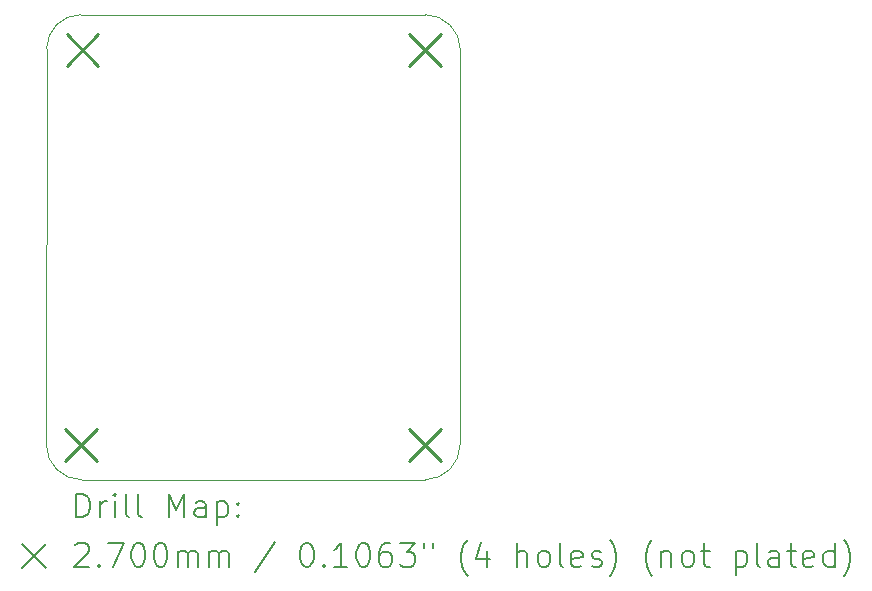
<source format=gbr>
%TF.GenerationSoftware,KiCad,Pcbnew,7.0.6*%
%TF.CreationDate,2023-09-30T15:22:59+02:00*%
%TF.ProjectId,cd4069-siren,63643430-3639-42d7-9369-72656e2e6b69,0*%
%TF.SameCoordinates,Original*%
%TF.FileFunction,Drillmap*%
%TF.FilePolarity,Positive*%
%FSLAX45Y45*%
G04 Gerber Fmt 4.5, Leading zero omitted, Abs format (unit mm)*
G04 Created by KiCad (PCBNEW 7.0.6) date 2023-09-30 15:22:59*
%MOMM*%
%LPD*%
G01*
G04 APERTURE LIST*
%ADD10C,0.100000*%
%ADD11C,0.200000*%
%ADD12C,0.270000*%
G04 APERTURE END LIST*
D10*
X9192132Y-8677868D02*
X12097868Y-8677868D01*
X12400000Y-5040000D02*
G75*
G03*
X12100000Y-4740000I-300000J0D01*
G01*
X12100000Y-4740000D02*
X9185061Y-4740000D01*
X9185061Y-4740001D02*
G75*
G03*
X8895061Y-5030000I-1J-289999D01*
G01*
X8895061Y-5030000D02*
X8892132Y-8377868D01*
X8892132Y-8377868D02*
G75*
G03*
X9192132Y-8677868I299998J-2D01*
G01*
X12397868Y-8377868D02*
X12400000Y-5040000D01*
X12097868Y-8677868D02*
G75*
G03*
X12397868Y-8377868I2J299998D01*
G01*
D11*
D12*
X9055000Y-8245000D02*
X9325000Y-8515000D01*
X9325000Y-8245000D02*
X9055000Y-8515000D01*
X9065000Y-4905000D02*
X9335000Y-5175000D01*
X9335000Y-4905000D02*
X9065000Y-5175000D01*
X11965000Y-4905000D02*
X12235000Y-5175000D01*
X12235000Y-4905000D02*
X11965000Y-5175000D01*
X11965000Y-8245000D02*
X12235000Y-8515000D01*
X12235000Y-8245000D02*
X11965000Y-8515000D01*
D11*
X9147909Y-8994352D02*
X9147909Y-8794352D01*
X9147909Y-8794352D02*
X9195528Y-8794352D01*
X9195528Y-8794352D02*
X9224099Y-8803876D01*
X9224099Y-8803876D02*
X9243147Y-8822923D01*
X9243147Y-8822923D02*
X9252671Y-8841971D01*
X9252671Y-8841971D02*
X9262195Y-8880066D01*
X9262195Y-8880066D02*
X9262195Y-8908638D01*
X9262195Y-8908638D02*
X9252671Y-8946733D01*
X9252671Y-8946733D02*
X9243147Y-8965780D01*
X9243147Y-8965780D02*
X9224099Y-8984828D01*
X9224099Y-8984828D02*
X9195528Y-8994352D01*
X9195528Y-8994352D02*
X9147909Y-8994352D01*
X9347909Y-8994352D02*
X9347909Y-8861018D01*
X9347909Y-8899114D02*
X9357433Y-8880066D01*
X9357433Y-8880066D02*
X9366956Y-8870542D01*
X9366956Y-8870542D02*
X9386004Y-8861018D01*
X9386004Y-8861018D02*
X9405052Y-8861018D01*
X9471718Y-8994352D02*
X9471718Y-8861018D01*
X9471718Y-8794352D02*
X9462195Y-8803876D01*
X9462195Y-8803876D02*
X9471718Y-8813399D01*
X9471718Y-8813399D02*
X9481242Y-8803876D01*
X9481242Y-8803876D02*
X9471718Y-8794352D01*
X9471718Y-8794352D02*
X9471718Y-8813399D01*
X9595528Y-8994352D02*
X9576480Y-8984828D01*
X9576480Y-8984828D02*
X9566956Y-8965780D01*
X9566956Y-8965780D02*
X9566956Y-8794352D01*
X9700290Y-8994352D02*
X9681242Y-8984828D01*
X9681242Y-8984828D02*
X9671718Y-8965780D01*
X9671718Y-8965780D02*
X9671718Y-8794352D01*
X9928861Y-8994352D02*
X9928861Y-8794352D01*
X9928861Y-8794352D02*
X9995528Y-8937209D01*
X9995528Y-8937209D02*
X10062195Y-8794352D01*
X10062195Y-8794352D02*
X10062195Y-8994352D01*
X10243147Y-8994352D02*
X10243147Y-8889590D01*
X10243147Y-8889590D02*
X10233623Y-8870542D01*
X10233623Y-8870542D02*
X10214576Y-8861018D01*
X10214576Y-8861018D02*
X10176480Y-8861018D01*
X10176480Y-8861018D02*
X10157433Y-8870542D01*
X10243147Y-8984828D02*
X10224099Y-8994352D01*
X10224099Y-8994352D02*
X10176480Y-8994352D01*
X10176480Y-8994352D02*
X10157433Y-8984828D01*
X10157433Y-8984828D02*
X10147909Y-8965780D01*
X10147909Y-8965780D02*
X10147909Y-8946733D01*
X10147909Y-8946733D02*
X10157433Y-8927685D01*
X10157433Y-8927685D02*
X10176480Y-8918161D01*
X10176480Y-8918161D02*
X10224099Y-8918161D01*
X10224099Y-8918161D02*
X10243147Y-8908638D01*
X10338385Y-8861018D02*
X10338385Y-9061018D01*
X10338385Y-8870542D02*
X10357433Y-8861018D01*
X10357433Y-8861018D02*
X10395528Y-8861018D01*
X10395528Y-8861018D02*
X10414576Y-8870542D01*
X10414576Y-8870542D02*
X10424099Y-8880066D01*
X10424099Y-8880066D02*
X10433623Y-8899114D01*
X10433623Y-8899114D02*
X10433623Y-8956257D01*
X10433623Y-8956257D02*
X10424099Y-8975304D01*
X10424099Y-8975304D02*
X10414576Y-8984828D01*
X10414576Y-8984828D02*
X10395528Y-8994352D01*
X10395528Y-8994352D02*
X10357433Y-8994352D01*
X10357433Y-8994352D02*
X10338385Y-8984828D01*
X10519337Y-8975304D02*
X10528861Y-8984828D01*
X10528861Y-8984828D02*
X10519337Y-8994352D01*
X10519337Y-8994352D02*
X10509814Y-8984828D01*
X10509814Y-8984828D02*
X10519337Y-8975304D01*
X10519337Y-8975304D02*
X10519337Y-8994352D01*
X10519337Y-8870542D02*
X10528861Y-8880066D01*
X10528861Y-8880066D02*
X10519337Y-8889590D01*
X10519337Y-8889590D02*
X10509814Y-8880066D01*
X10509814Y-8880066D02*
X10519337Y-8870542D01*
X10519337Y-8870542D02*
X10519337Y-8889590D01*
X8687132Y-9222868D02*
X8887132Y-9422868D01*
X8887132Y-9222868D02*
X8687132Y-9422868D01*
X9138385Y-9233399D02*
X9147909Y-9223876D01*
X9147909Y-9223876D02*
X9166956Y-9214352D01*
X9166956Y-9214352D02*
X9214576Y-9214352D01*
X9214576Y-9214352D02*
X9233623Y-9223876D01*
X9233623Y-9223876D02*
X9243147Y-9233399D01*
X9243147Y-9233399D02*
X9252671Y-9252447D01*
X9252671Y-9252447D02*
X9252671Y-9271495D01*
X9252671Y-9271495D02*
X9243147Y-9300066D01*
X9243147Y-9300066D02*
X9128861Y-9414352D01*
X9128861Y-9414352D02*
X9252671Y-9414352D01*
X9338385Y-9395304D02*
X9347909Y-9404828D01*
X9347909Y-9404828D02*
X9338385Y-9414352D01*
X9338385Y-9414352D02*
X9328861Y-9404828D01*
X9328861Y-9404828D02*
X9338385Y-9395304D01*
X9338385Y-9395304D02*
X9338385Y-9414352D01*
X9414576Y-9214352D02*
X9547909Y-9214352D01*
X9547909Y-9214352D02*
X9462195Y-9414352D01*
X9662195Y-9214352D02*
X9681242Y-9214352D01*
X9681242Y-9214352D02*
X9700290Y-9223876D01*
X9700290Y-9223876D02*
X9709814Y-9233399D01*
X9709814Y-9233399D02*
X9719337Y-9252447D01*
X9719337Y-9252447D02*
X9728861Y-9290542D01*
X9728861Y-9290542D02*
X9728861Y-9338161D01*
X9728861Y-9338161D02*
X9719337Y-9376257D01*
X9719337Y-9376257D02*
X9709814Y-9395304D01*
X9709814Y-9395304D02*
X9700290Y-9404828D01*
X9700290Y-9404828D02*
X9681242Y-9414352D01*
X9681242Y-9414352D02*
X9662195Y-9414352D01*
X9662195Y-9414352D02*
X9643147Y-9404828D01*
X9643147Y-9404828D02*
X9633623Y-9395304D01*
X9633623Y-9395304D02*
X9624099Y-9376257D01*
X9624099Y-9376257D02*
X9614576Y-9338161D01*
X9614576Y-9338161D02*
X9614576Y-9290542D01*
X9614576Y-9290542D02*
X9624099Y-9252447D01*
X9624099Y-9252447D02*
X9633623Y-9233399D01*
X9633623Y-9233399D02*
X9643147Y-9223876D01*
X9643147Y-9223876D02*
X9662195Y-9214352D01*
X9852671Y-9214352D02*
X9871718Y-9214352D01*
X9871718Y-9214352D02*
X9890766Y-9223876D01*
X9890766Y-9223876D02*
X9900290Y-9233399D01*
X9900290Y-9233399D02*
X9909814Y-9252447D01*
X9909814Y-9252447D02*
X9919337Y-9290542D01*
X9919337Y-9290542D02*
X9919337Y-9338161D01*
X9919337Y-9338161D02*
X9909814Y-9376257D01*
X9909814Y-9376257D02*
X9900290Y-9395304D01*
X9900290Y-9395304D02*
X9890766Y-9404828D01*
X9890766Y-9404828D02*
X9871718Y-9414352D01*
X9871718Y-9414352D02*
X9852671Y-9414352D01*
X9852671Y-9414352D02*
X9833623Y-9404828D01*
X9833623Y-9404828D02*
X9824099Y-9395304D01*
X9824099Y-9395304D02*
X9814576Y-9376257D01*
X9814576Y-9376257D02*
X9805052Y-9338161D01*
X9805052Y-9338161D02*
X9805052Y-9290542D01*
X9805052Y-9290542D02*
X9814576Y-9252447D01*
X9814576Y-9252447D02*
X9824099Y-9233399D01*
X9824099Y-9233399D02*
X9833623Y-9223876D01*
X9833623Y-9223876D02*
X9852671Y-9214352D01*
X10005052Y-9414352D02*
X10005052Y-9281018D01*
X10005052Y-9300066D02*
X10014576Y-9290542D01*
X10014576Y-9290542D02*
X10033623Y-9281018D01*
X10033623Y-9281018D02*
X10062195Y-9281018D01*
X10062195Y-9281018D02*
X10081242Y-9290542D01*
X10081242Y-9290542D02*
X10090766Y-9309590D01*
X10090766Y-9309590D02*
X10090766Y-9414352D01*
X10090766Y-9309590D02*
X10100290Y-9290542D01*
X10100290Y-9290542D02*
X10119337Y-9281018D01*
X10119337Y-9281018D02*
X10147909Y-9281018D01*
X10147909Y-9281018D02*
X10166957Y-9290542D01*
X10166957Y-9290542D02*
X10176480Y-9309590D01*
X10176480Y-9309590D02*
X10176480Y-9414352D01*
X10271718Y-9414352D02*
X10271718Y-9281018D01*
X10271718Y-9300066D02*
X10281242Y-9290542D01*
X10281242Y-9290542D02*
X10300290Y-9281018D01*
X10300290Y-9281018D02*
X10328861Y-9281018D01*
X10328861Y-9281018D02*
X10347909Y-9290542D01*
X10347909Y-9290542D02*
X10357433Y-9309590D01*
X10357433Y-9309590D02*
X10357433Y-9414352D01*
X10357433Y-9309590D02*
X10366957Y-9290542D01*
X10366957Y-9290542D02*
X10386004Y-9281018D01*
X10386004Y-9281018D02*
X10414576Y-9281018D01*
X10414576Y-9281018D02*
X10433623Y-9290542D01*
X10433623Y-9290542D02*
X10443147Y-9309590D01*
X10443147Y-9309590D02*
X10443147Y-9414352D01*
X10833623Y-9204828D02*
X10662195Y-9461971D01*
X11090766Y-9214352D02*
X11109814Y-9214352D01*
X11109814Y-9214352D02*
X11128861Y-9223876D01*
X11128861Y-9223876D02*
X11138385Y-9233399D01*
X11138385Y-9233399D02*
X11147909Y-9252447D01*
X11147909Y-9252447D02*
X11157433Y-9290542D01*
X11157433Y-9290542D02*
X11157433Y-9338161D01*
X11157433Y-9338161D02*
X11147909Y-9376257D01*
X11147909Y-9376257D02*
X11138385Y-9395304D01*
X11138385Y-9395304D02*
X11128861Y-9404828D01*
X11128861Y-9404828D02*
X11109814Y-9414352D01*
X11109814Y-9414352D02*
X11090766Y-9414352D01*
X11090766Y-9414352D02*
X11071719Y-9404828D01*
X11071719Y-9404828D02*
X11062195Y-9395304D01*
X11062195Y-9395304D02*
X11052671Y-9376257D01*
X11052671Y-9376257D02*
X11043147Y-9338161D01*
X11043147Y-9338161D02*
X11043147Y-9290542D01*
X11043147Y-9290542D02*
X11052671Y-9252447D01*
X11052671Y-9252447D02*
X11062195Y-9233399D01*
X11062195Y-9233399D02*
X11071719Y-9223876D01*
X11071719Y-9223876D02*
X11090766Y-9214352D01*
X11243147Y-9395304D02*
X11252671Y-9404828D01*
X11252671Y-9404828D02*
X11243147Y-9414352D01*
X11243147Y-9414352D02*
X11233623Y-9404828D01*
X11233623Y-9404828D02*
X11243147Y-9395304D01*
X11243147Y-9395304D02*
X11243147Y-9414352D01*
X11443147Y-9414352D02*
X11328861Y-9414352D01*
X11386004Y-9414352D02*
X11386004Y-9214352D01*
X11386004Y-9214352D02*
X11366957Y-9242923D01*
X11366957Y-9242923D02*
X11347909Y-9261971D01*
X11347909Y-9261971D02*
X11328861Y-9271495D01*
X11566957Y-9214352D02*
X11586004Y-9214352D01*
X11586004Y-9214352D02*
X11605052Y-9223876D01*
X11605052Y-9223876D02*
X11614576Y-9233399D01*
X11614576Y-9233399D02*
X11624099Y-9252447D01*
X11624099Y-9252447D02*
X11633623Y-9290542D01*
X11633623Y-9290542D02*
X11633623Y-9338161D01*
X11633623Y-9338161D02*
X11624099Y-9376257D01*
X11624099Y-9376257D02*
X11614576Y-9395304D01*
X11614576Y-9395304D02*
X11605052Y-9404828D01*
X11605052Y-9404828D02*
X11586004Y-9414352D01*
X11586004Y-9414352D02*
X11566957Y-9414352D01*
X11566957Y-9414352D02*
X11547909Y-9404828D01*
X11547909Y-9404828D02*
X11538385Y-9395304D01*
X11538385Y-9395304D02*
X11528861Y-9376257D01*
X11528861Y-9376257D02*
X11519338Y-9338161D01*
X11519338Y-9338161D02*
X11519338Y-9290542D01*
X11519338Y-9290542D02*
X11528861Y-9252447D01*
X11528861Y-9252447D02*
X11538385Y-9233399D01*
X11538385Y-9233399D02*
X11547909Y-9223876D01*
X11547909Y-9223876D02*
X11566957Y-9214352D01*
X11805052Y-9214352D02*
X11766957Y-9214352D01*
X11766957Y-9214352D02*
X11747909Y-9223876D01*
X11747909Y-9223876D02*
X11738385Y-9233399D01*
X11738385Y-9233399D02*
X11719338Y-9261971D01*
X11719338Y-9261971D02*
X11709814Y-9300066D01*
X11709814Y-9300066D02*
X11709814Y-9376257D01*
X11709814Y-9376257D02*
X11719338Y-9395304D01*
X11719338Y-9395304D02*
X11728861Y-9404828D01*
X11728861Y-9404828D02*
X11747909Y-9414352D01*
X11747909Y-9414352D02*
X11786004Y-9414352D01*
X11786004Y-9414352D02*
X11805052Y-9404828D01*
X11805052Y-9404828D02*
X11814576Y-9395304D01*
X11814576Y-9395304D02*
X11824099Y-9376257D01*
X11824099Y-9376257D02*
X11824099Y-9328638D01*
X11824099Y-9328638D02*
X11814576Y-9309590D01*
X11814576Y-9309590D02*
X11805052Y-9300066D01*
X11805052Y-9300066D02*
X11786004Y-9290542D01*
X11786004Y-9290542D02*
X11747909Y-9290542D01*
X11747909Y-9290542D02*
X11728861Y-9300066D01*
X11728861Y-9300066D02*
X11719338Y-9309590D01*
X11719338Y-9309590D02*
X11709814Y-9328638D01*
X11890766Y-9214352D02*
X12014576Y-9214352D01*
X12014576Y-9214352D02*
X11947909Y-9290542D01*
X11947909Y-9290542D02*
X11976480Y-9290542D01*
X11976480Y-9290542D02*
X11995528Y-9300066D01*
X11995528Y-9300066D02*
X12005052Y-9309590D01*
X12005052Y-9309590D02*
X12014576Y-9328638D01*
X12014576Y-9328638D02*
X12014576Y-9376257D01*
X12014576Y-9376257D02*
X12005052Y-9395304D01*
X12005052Y-9395304D02*
X11995528Y-9404828D01*
X11995528Y-9404828D02*
X11976480Y-9414352D01*
X11976480Y-9414352D02*
X11919338Y-9414352D01*
X11919338Y-9414352D02*
X11900290Y-9404828D01*
X11900290Y-9404828D02*
X11890766Y-9395304D01*
X12090766Y-9214352D02*
X12090766Y-9252447D01*
X12166957Y-9214352D02*
X12166957Y-9252447D01*
X12462195Y-9490542D02*
X12452671Y-9481018D01*
X12452671Y-9481018D02*
X12433623Y-9452447D01*
X12433623Y-9452447D02*
X12424100Y-9433399D01*
X12424100Y-9433399D02*
X12414576Y-9404828D01*
X12414576Y-9404828D02*
X12405052Y-9357209D01*
X12405052Y-9357209D02*
X12405052Y-9319114D01*
X12405052Y-9319114D02*
X12414576Y-9271495D01*
X12414576Y-9271495D02*
X12424100Y-9242923D01*
X12424100Y-9242923D02*
X12433623Y-9223876D01*
X12433623Y-9223876D02*
X12452671Y-9195304D01*
X12452671Y-9195304D02*
X12462195Y-9185780D01*
X12624100Y-9281018D02*
X12624100Y-9414352D01*
X12576480Y-9204828D02*
X12528861Y-9347685D01*
X12528861Y-9347685D02*
X12652671Y-9347685D01*
X12881242Y-9414352D02*
X12881242Y-9214352D01*
X12966957Y-9414352D02*
X12966957Y-9309590D01*
X12966957Y-9309590D02*
X12957433Y-9290542D01*
X12957433Y-9290542D02*
X12938385Y-9281018D01*
X12938385Y-9281018D02*
X12909814Y-9281018D01*
X12909814Y-9281018D02*
X12890766Y-9290542D01*
X12890766Y-9290542D02*
X12881242Y-9300066D01*
X13090766Y-9414352D02*
X13071719Y-9404828D01*
X13071719Y-9404828D02*
X13062195Y-9395304D01*
X13062195Y-9395304D02*
X13052671Y-9376257D01*
X13052671Y-9376257D02*
X13052671Y-9319114D01*
X13052671Y-9319114D02*
X13062195Y-9300066D01*
X13062195Y-9300066D02*
X13071719Y-9290542D01*
X13071719Y-9290542D02*
X13090766Y-9281018D01*
X13090766Y-9281018D02*
X13119338Y-9281018D01*
X13119338Y-9281018D02*
X13138385Y-9290542D01*
X13138385Y-9290542D02*
X13147909Y-9300066D01*
X13147909Y-9300066D02*
X13157433Y-9319114D01*
X13157433Y-9319114D02*
X13157433Y-9376257D01*
X13157433Y-9376257D02*
X13147909Y-9395304D01*
X13147909Y-9395304D02*
X13138385Y-9404828D01*
X13138385Y-9404828D02*
X13119338Y-9414352D01*
X13119338Y-9414352D02*
X13090766Y-9414352D01*
X13271719Y-9414352D02*
X13252671Y-9404828D01*
X13252671Y-9404828D02*
X13243147Y-9385780D01*
X13243147Y-9385780D02*
X13243147Y-9214352D01*
X13424100Y-9404828D02*
X13405052Y-9414352D01*
X13405052Y-9414352D02*
X13366957Y-9414352D01*
X13366957Y-9414352D02*
X13347909Y-9404828D01*
X13347909Y-9404828D02*
X13338385Y-9385780D01*
X13338385Y-9385780D02*
X13338385Y-9309590D01*
X13338385Y-9309590D02*
X13347909Y-9290542D01*
X13347909Y-9290542D02*
X13366957Y-9281018D01*
X13366957Y-9281018D02*
X13405052Y-9281018D01*
X13405052Y-9281018D02*
X13424100Y-9290542D01*
X13424100Y-9290542D02*
X13433623Y-9309590D01*
X13433623Y-9309590D02*
X13433623Y-9328638D01*
X13433623Y-9328638D02*
X13338385Y-9347685D01*
X13509814Y-9404828D02*
X13528862Y-9414352D01*
X13528862Y-9414352D02*
X13566957Y-9414352D01*
X13566957Y-9414352D02*
X13586004Y-9404828D01*
X13586004Y-9404828D02*
X13595528Y-9385780D01*
X13595528Y-9385780D02*
X13595528Y-9376257D01*
X13595528Y-9376257D02*
X13586004Y-9357209D01*
X13586004Y-9357209D02*
X13566957Y-9347685D01*
X13566957Y-9347685D02*
X13538385Y-9347685D01*
X13538385Y-9347685D02*
X13519338Y-9338161D01*
X13519338Y-9338161D02*
X13509814Y-9319114D01*
X13509814Y-9319114D02*
X13509814Y-9309590D01*
X13509814Y-9309590D02*
X13519338Y-9290542D01*
X13519338Y-9290542D02*
X13538385Y-9281018D01*
X13538385Y-9281018D02*
X13566957Y-9281018D01*
X13566957Y-9281018D02*
X13586004Y-9290542D01*
X13662195Y-9490542D02*
X13671719Y-9481018D01*
X13671719Y-9481018D02*
X13690766Y-9452447D01*
X13690766Y-9452447D02*
X13700290Y-9433399D01*
X13700290Y-9433399D02*
X13709814Y-9404828D01*
X13709814Y-9404828D02*
X13719338Y-9357209D01*
X13719338Y-9357209D02*
X13719338Y-9319114D01*
X13719338Y-9319114D02*
X13709814Y-9271495D01*
X13709814Y-9271495D02*
X13700290Y-9242923D01*
X13700290Y-9242923D02*
X13690766Y-9223876D01*
X13690766Y-9223876D02*
X13671719Y-9195304D01*
X13671719Y-9195304D02*
X13662195Y-9185780D01*
X14024100Y-9490542D02*
X14014576Y-9481018D01*
X14014576Y-9481018D02*
X13995528Y-9452447D01*
X13995528Y-9452447D02*
X13986004Y-9433399D01*
X13986004Y-9433399D02*
X13976481Y-9404828D01*
X13976481Y-9404828D02*
X13966957Y-9357209D01*
X13966957Y-9357209D02*
X13966957Y-9319114D01*
X13966957Y-9319114D02*
X13976481Y-9271495D01*
X13976481Y-9271495D02*
X13986004Y-9242923D01*
X13986004Y-9242923D02*
X13995528Y-9223876D01*
X13995528Y-9223876D02*
X14014576Y-9195304D01*
X14014576Y-9195304D02*
X14024100Y-9185780D01*
X14100290Y-9281018D02*
X14100290Y-9414352D01*
X14100290Y-9300066D02*
X14109814Y-9290542D01*
X14109814Y-9290542D02*
X14128862Y-9281018D01*
X14128862Y-9281018D02*
X14157433Y-9281018D01*
X14157433Y-9281018D02*
X14176481Y-9290542D01*
X14176481Y-9290542D02*
X14186004Y-9309590D01*
X14186004Y-9309590D02*
X14186004Y-9414352D01*
X14309814Y-9414352D02*
X14290766Y-9404828D01*
X14290766Y-9404828D02*
X14281243Y-9395304D01*
X14281243Y-9395304D02*
X14271719Y-9376257D01*
X14271719Y-9376257D02*
X14271719Y-9319114D01*
X14271719Y-9319114D02*
X14281243Y-9300066D01*
X14281243Y-9300066D02*
X14290766Y-9290542D01*
X14290766Y-9290542D02*
X14309814Y-9281018D01*
X14309814Y-9281018D02*
X14338385Y-9281018D01*
X14338385Y-9281018D02*
X14357433Y-9290542D01*
X14357433Y-9290542D02*
X14366957Y-9300066D01*
X14366957Y-9300066D02*
X14376481Y-9319114D01*
X14376481Y-9319114D02*
X14376481Y-9376257D01*
X14376481Y-9376257D02*
X14366957Y-9395304D01*
X14366957Y-9395304D02*
X14357433Y-9404828D01*
X14357433Y-9404828D02*
X14338385Y-9414352D01*
X14338385Y-9414352D02*
X14309814Y-9414352D01*
X14433624Y-9281018D02*
X14509814Y-9281018D01*
X14462195Y-9214352D02*
X14462195Y-9385780D01*
X14462195Y-9385780D02*
X14471719Y-9404828D01*
X14471719Y-9404828D02*
X14490766Y-9414352D01*
X14490766Y-9414352D02*
X14509814Y-9414352D01*
X14728862Y-9281018D02*
X14728862Y-9481018D01*
X14728862Y-9290542D02*
X14747909Y-9281018D01*
X14747909Y-9281018D02*
X14786005Y-9281018D01*
X14786005Y-9281018D02*
X14805052Y-9290542D01*
X14805052Y-9290542D02*
X14814576Y-9300066D01*
X14814576Y-9300066D02*
X14824100Y-9319114D01*
X14824100Y-9319114D02*
X14824100Y-9376257D01*
X14824100Y-9376257D02*
X14814576Y-9395304D01*
X14814576Y-9395304D02*
X14805052Y-9404828D01*
X14805052Y-9404828D02*
X14786005Y-9414352D01*
X14786005Y-9414352D02*
X14747909Y-9414352D01*
X14747909Y-9414352D02*
X14728862Y-9404828D01*
X14938385Y-9414352D02*
X14919338Y-9404828D01*
X14919338Y-9404828D02*
X14909814Y-9385780D01*
X14909814Y-9385780D02*
X14909814Y-9214352D01*
X15100290Y-9414352D02*
X15100290Y-9309590D01*
X15100290Y-9309590D02*
X15090766Y-9290542D01*
X15090766Y-9290542D02*
X15071719Y-9281018D01*
X15071719Y-9281018D02*
X15033624Y-9281018D01*
X15033624Y-9281018D02*
X15014576Y-9290542D01*
X15100290Y-9404828D02*
X15081243Y-9414352D01*
X15081243Y-9414352D02*
X15033624Y-9414352D01*
X15033624Y-9414352D02*
X15014576Y-9404828D01*
X15014576Y-9404828D02*
X15005052Y-9385780D01*
X15005052Y-9385780D02*
X15005052Y-9366733D01*
X15005052Y-9366733D02*
X15014576Y-9347685D01*
X15014576Y-9347685D02*
X15033624Y-9338161D01*
X15033624Y-9338161D02*
X15081243Y-9338161D01*
X15081243Y-9338161D02*
X15100290Y-9328638D01*
X15166957Y-9281018D02*
X15243147Y-9281018D01*
X15195528Y-9214352D02*
X15195528Y-9385780D01*
X15195528Y-9385780D02*
X15205052Y-9404828D01*
X15205052Y-9404828D02*
X15224100Y-9414352D01*
X15224100Y-9414352D02*
X15243147Y-9414352D01*
X15386005Y-9404828D02*
X15366957Y-9414352D01*
X15366957Y-9414352D02*
X15328862Y-9414352D01*
X15328862Y-9414352D02*
X15309814Y-9404828D01*
X15309814Y-9404828D02*
X15300290Y-9385780D01*
X15300290Y-9385780D02*
X15300290Y-9309590D01*
X15300290Y-9309590D02*
X15309814Y-9290542D01*
X15309814Y-9290542D02*
X15328862Y-9281018D01*
X15328862Y-9281018D02*
X15366957Y-9281018D01*
X15366957Y-9281018D02*
X15386005Y-9290542D01*
X15386005Y-9290542D02*
X15395528Y-9309590D01*
X15395528Y-9309590D02*
X15395528Y-9328638D01*
X15395528Y-9328638D02*
X15300290Y-9347685D01*
X15566957Y-9414352D02*
X15566957Y-9214352D01*
X15566957Y-9404828D02*
X15547909Y-9414352D01*
X15547909Y-9414352D02*
X15509814Y-9414352D01*
X15509814Y-9414352D02*
X15490766Y-9404828D01*
X15490766Y-9404828D02*
X15481243Y-9395304D01*
X15481243Y-9395304D02*
X15471719Y-9376257D01*
X15471719Y-9376257D02*
X15471719Y-9319114D01*
X15471719Y-9319114D02*
X15481243Y-9300066D01*
X15481243Y-9300066D02*
X15490766Y-9290542D01*
X15490766Y-9290542D02*
X15509814Y-9281018D01*
X15509814Y-9281018D02*
X15547909Y-9281018D01*
X15547909Y-9281018D02*
X15566957Y-9290542D01*
X15643147Y-9490542D02*
X15652671Y-9481018D01*
X15652671Y-9481018D02*
X15671719Y-9452447D01*
X15671719Y-9452447D02*
X15681243Y-9433399D01*
X15681243Y-9433399D02*
X15690766Y-9404828D01*
X15690766Y-9404828D02*
X15700290Y-9357209D01*
X15700290Y-9357209D02*
X15700290Y-9319114D01*
X15700290Y-9319114D02*
X15690766Y-9271495D01*
X15690766Y-9271495D02*
X15681243Y-9242923D01*
X15681243Y-9242923D02*
X15671719Y-9223876D01*
X15671719Y-9223876D02*
X15652671Y-9195304D01*
X15652671Y-9195304D02*
X15643147Y-9185780D01*
M02*

</source>
